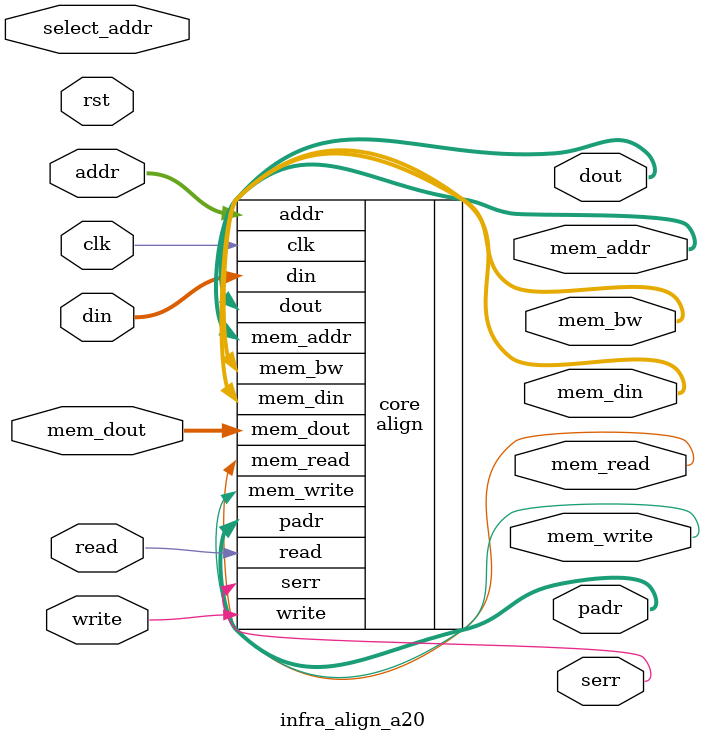
<source format=v>
module infra_align_a20 (read, write, addr, din, dout, serr, padr,
	            mem_read, mem_write, mem_addr, mem_bw, mem_din, mem_dout,
		    clk, rst,
		    select_addr);

  parameter WIDTH = 32;
  parameter PARITY = 1;
  parameter NUMADDR = 1024;
  parameter BITADDR = 10;
  parameter NUMWRDS = 4;
  parameter BITWRDS = 2;
  parameter NUMSROW = 256;
  parameter BITSROW = 8;
  parameter BITPADR = 10;
  parameter SRAM_DELAY = 2;

  parameter MEMWDTH = WIDTH+PARITY;

  input read;
  input write;
  input [BITADDR-1:0] addr;
  input [WIDTH-1:0] din;
  output [WIDTH-1:0] dout;
  output             serr;
  output [BITPADR-1:0] padr;

  output mem_read;
  output mem_write;
  output [BITSROW-1:0] mem_addr;
  output [NUMWRDS*MEMWDTH-1:0] mem_bw;
  output [NUMWRDS*MEMWDTH-1:0] mem_din;
  input [NUMWRDS*MEMWDTH-1:0] mem_dout;

  input clk;
  input rst;

  input [BITADDR-1:0] select_addr;

  align #(.WIDTH (WIDTH), .PARITY (PARITY), .NUMADDR (NUMADDR), .BITADDR (BITADDR),
          .NUMWRDS (NUMWRDS), .BITWRDS (BITWRDS), .NUMSROW (NUMSROW), .BITSROW (BITSROW), .BITPADR (BITPADR),
          .SRAM_DELAY (SRAM_DELAY))
    core (.read (read),
          .write (write),
          .addr (addr),
          .din (din),
          .dout (dout),
	  .serr (serr),
          .padr (padr),
          .mem_read (mem_read),
          .mem_write (mem_write),
          .mem_addr (mem_addr),
          .mem_bw (mem_bw),
          .mem_din (mem_din),
          .mem_dout (mem_dout),
          .clk (clk));

`ifdef FORMAL
assume_select_addr_range: assume property (@(posedge clk) disable iff (rst) (select_addr < NUMADDR));
assume_select_addr_stable: assume property (@(posedge clk) disable iff (rst) $stable(select_addr));

ip_top_sva_align_a20 #(
     .WIDTH       (WIDTH),
     .PARITY      (PARITY),
     .NUMADDR     (NUMADDR),
     .BITADDR     (BITADDR),
     .NUMWRDS     (NUMWRDS),
     .BITWRDS     (BITWRDS),
     .NUMSROW     (NUMSROW),
     .BITSROW     (BITSROW),
     .SRAM_DELAY  (SRAM_DELAY))
ip_top_sva (.*);

ip_top_sva_2_align_a20 #(
     .NUMADDR     (NUMADDR),
     .BITADDR     (BITADDR),
     .NUMSROW     (NUMSROW),
     .BITSROW     (BITSROW))
ip_top_sva_2 (.*);

`elsif SIM_SVA

genvar sva_int;
// generate for (sva_int=0; sva_int<WIDTH; sva_int=sva_int+1) begin
generate for (sva_int=0; sva_int<1; sva_int=sva_int+1) begin: sva_loop
  wire [BITADDR-1:0] help_addr = sva_int;
ip_top_sva_align_a20 #(
     .WIDTH       (WIDTH),
     .PARITY      (PARITY),
     .NUMADDR     (NUMADDR),
     .BITADDR     (BITADDR),
     .NUMWRDS     (NUMWRDS),
     .BITWRDS     (BITWRDS),
     .NUMSROW     (NUMSROW),
     .BITSROW     (BITSROW),
     .SRAM_DELAY  (SRAM_DELAY))
ip_top_sva (.select_addr(help_addr), .*);
end
endgenerate

ip_top_sva_2_align_a20 #(
     .NUMADDR     (NUMADDR),
     .BITADDR     (BITADDR),
     .NUMSROW     (NUMSROW),
     .BITSROW     (BITSROW))
ip_top_sva_2 (.*);

`endif

endmodule

</source>
